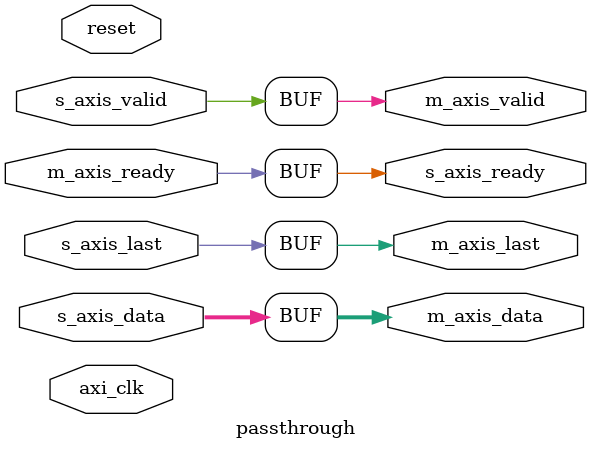
<source format=sv>
`timescale 1ns / 1ps


module passthrough #(
    parameter   WIDTH = 32
)(
    input   logic               axi_clk,
    input   logic               reset,

    // slave 
    input   logic               s_axis_valid,
    input   logic   [WIDTH-1:0] s_axis_data,
    output  logic               s_axis_ready,
    input   logic               s_axis_last,

    // master
    output  logic               m_axis_valid,
    output  logic   [WIDTH-1:0] m_axis_data,
    input   logic               m_axis_ready,
    output  logic               m_axis_last
);

    assign m_axis_data = s_axis_data;
    assign m_axis_valid = s_axis_valid;
    assign s_axis_ready = m_axis_ready;
    assign m_axis_last = s_axis_last;

endmodule

</source>
